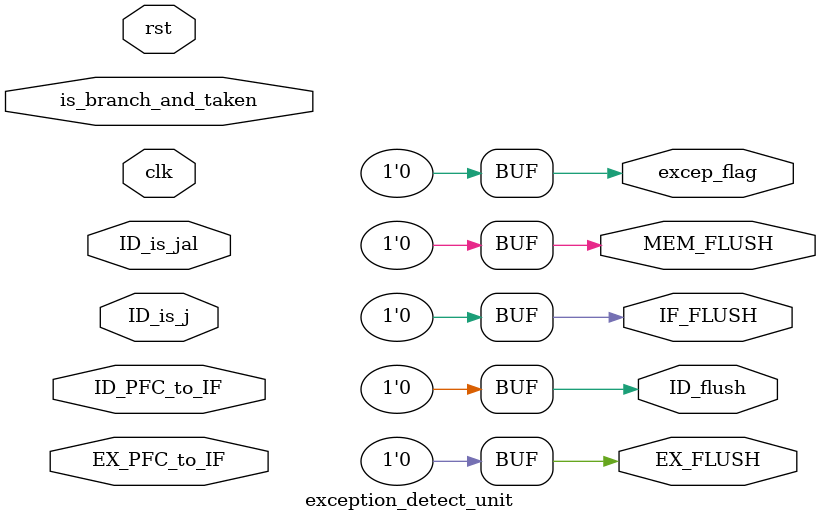
<source format=v>


module exception_detect_unit(is_branch_and_taken, ID_is_j, ID_is_jal, ID_PFC_to_IF, EX_PFC_to_IF, excep_flag, 
                             IF_FLUSH, ID_flush, EX_FLUSH, MEM_FLUSH, clk, rst);
	
input clk, rst;
input ID_is_j, ID_is_jal, is_branch_and_taken;
input [31:0] ID_PFC_to_IF, EX_PFC_to_IF;

output excep_flag, IF_FLUSH, ID_flush, EX_FLUSH, MEM_FLUSH;

`include "opcodes.txt"

// exception handling is not implemented
// apparently it is required in Phase 3, and it needs optimization because it introduces delay in the data path


// assign excep_flag = ~rst && (((is_branch_and_taken) || ID_is_j || ID_is_jal) && ~`IS_VALID_PC(ID_PFC_to_IF));
assign excep_flag = 0;
assign IF_FLUSH = 0;
assign ID_flush = 0;
assign EX_FLUSH = 0;
assign MEM_FLUSH = 0;


endmodule
</source>
